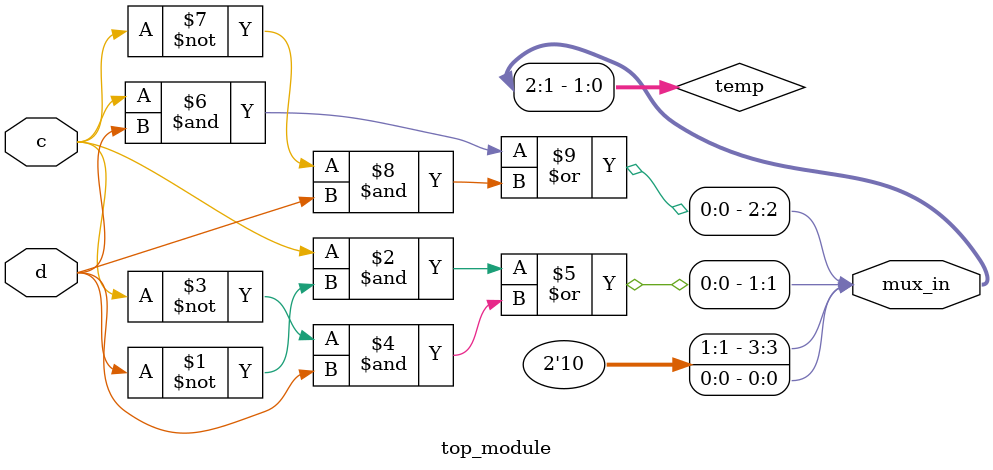
<source format=sv>
module top_module(
    input c,
    input d,
    output [3:0] mux_in
);

    wire [1:0] temp;

    // Implement the Karnaugh map using 2-to-1 multiplexers
    assign temp[0] = (c & ~d) | (~c & d);
    assign temp[1] = (c & d) | (~c & d);

    // Connect the 2-to-1 multiplexer outputs to the 4-to-1 multiplexer inputs
    assign mux_in[0] = 1'b0;
    assign mux_in[1] = temp[0];
    assign mux_in[2] = temp[1];
    assign mux_in[3] = 1'b1;

endmodule

</source>
